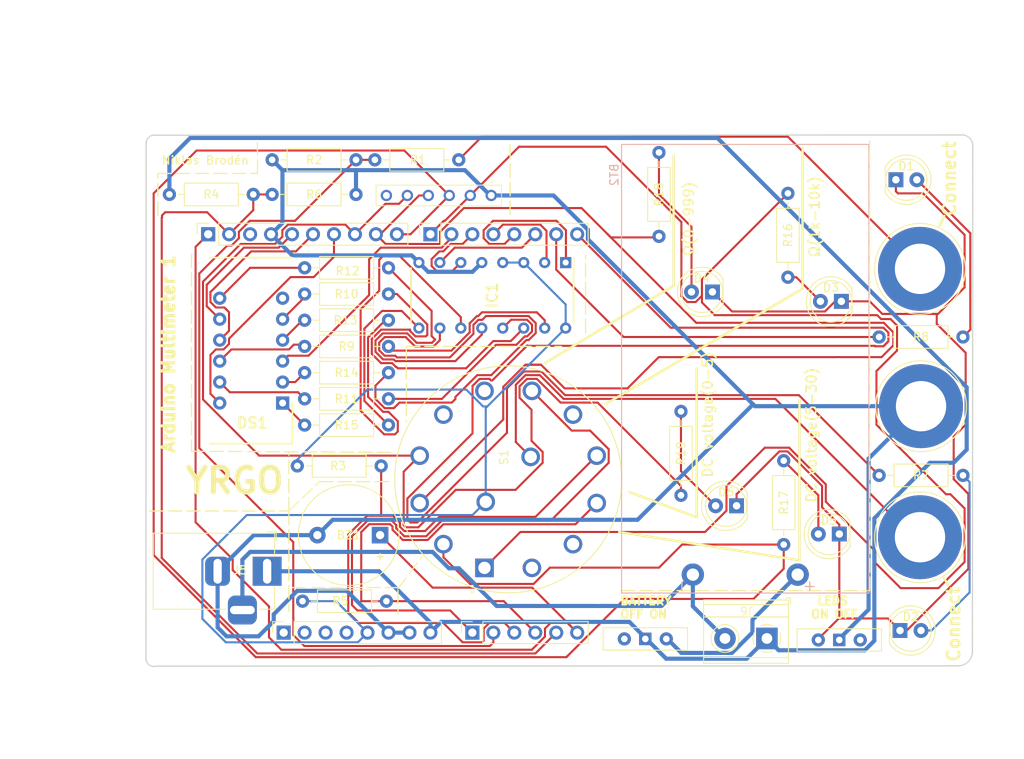
<source format=kicad_pcb>
(kicad_pcb (version 20240108) (generator "pcbnew") (generator_version "8.0")
  (title_block (date "mar. 31 mars 2015"))
  (layers (0 "F.Cu" signal) (31 "B.Cu" signal) (34 "B.Paste" user) (35 "F.Paste" user) (36 "B.SilkS" user "B.Silkscreen") (37 "F.SilkS" user "F.Silkscreen") (38 "B.Mask" user) (39 "F.Mask" user) (44 "Edge.Cuts" user))
  (net 0 "")
  (net 1 "GND")
  (net 3 "+5V")
  (net 4 "/IOREF")
  (net 5 "/A0")
  (net 6 "/A1")
  (net 7 "/A2")
  (net 8 "/A3")
  (net 10 "/seg10")
  (net 11 "/13")
  (net 12 "/12")
  (net 13 "/AREF")
  (net 14 "/8")
  (net 15 "/7")
  (net 16 "/*11")
  (net 17 "/*10")
  (net 18 "/*9")
  (net 19 "/4")
  (net 20 "/2")
  (net 21 "/*6")
  (net 22 "/*5")
  (net 23 "/*3")
  (net 24 "/A4")
  (net 25 "+3V3")
  (net 26 "VCC")
  (net 27 "/~{RESET}")
  (net 28 "/seg7")
  (net 29 "/seg11")
  (net 30 "/seg1")
  (net 31 "/seg2")
  (net 32 "/seg5")
  (net 33 "/seg4")
  (net 34 "Net-(IC1-D)")
  (net 35 "Net-(IC1-E)")
  (net 36 "Net-(IC1-C)")
  (net 37 "Net-(IC1-B)")
  (net 38 "Net-(IC1-F)")
  (net 39 "Net-(IC1-G)")
  (net 40 "Net-(IC1-A)")
  (net 41 "/A5")
  (net 43 "/Banana Low")
  (net 49 "/1")
  (net 50 "/Banana High")
  (net 51 "/0")
  (net 52 "Net-(D2-A)")
  (net 53 "Net-(D1-A)")
  (net 55 "Net-(SW1-B)")
  (net 56 "Net-(J6-Pin_2)")
  (net 57 "/led_switch")
  (net 59 "Net-(D3-A)")
  (net 60 "Net-(D4-A)")
  (net 61 "Net-(D5-A)")
  (net 62 "Net-(D6-A)")
  (footprint "Connector_PinSocket_2.54mm:PinSocket_1x08_P2.54mm_Vertical" (layer "F.Cu") (at 127.94 97.46 90)
    (property "Reference" "J1" (hide yes))
    (property "Value" "Power")
  )
  (footprint "Connector_PinSocket_2.54mm:PinSocket_1x06_P2.54mm_Vertical" (layer "F.Cu") (at 150.8 97.46 90)
    (property "Reference" "J3" (hide yes))
    (property "Value" "Analog")
  )
  (footprint "Connector_PinSocket_2.54mm:PinSocket_1x10_P2.54mm_Vertical" (layer "F.Cu") (at 118.796 49.2 90)
    (property "Reference" "J2" (hide yes))
    (property "Value" "Digital/PWM")
  )
  (footprint "Connector_PinSocket_2.54mm:PinSocket_1x08_P2.54mm_Vertical" (layer "F.Cu") (at 145.72 49.2 90)
    (property "Reference" "J4" (hide yes))
    (property "Value" "Digital/PWM")
  )
  (footprint "Resistor_THT:R_Axial_DIN0207_L6.3mm_D2.5mm_P10.16mm_Horizontal" (layer "F.Cu") (at 149.149 40.183 180)
    (property "Reference" "R1")
    (property "Value" "70k")
  )
  (footprint "Resistor_THT:R_Axial_DIN0207_L6.3mm_D2.5mm_P10.16mm_Horizontal" (layer "F.Cu") (at 140.64 53.264 180)
    (property "Reference" "R12")
    (property "Value" "220")
  )
  (footprint "Connector:Banana_Jack_1Pin" (layer "F.Cu") (at 205.156 70.028)
    (property "Reference" "Banana_GND1" (hide yes))
    (property "Value" "Conn_01x01")
  )
  (footprint "Resistor_THT:R_Axial_DIN0207_L6.3mm_D2.5mm_P10.16mm_Horizontal" (layer "F.Cu") (at 173.406 49.454 90)
    (property "Reference" "R18")
    (property "Value" "220")
  )
  (footprint "Resistor_THT:R_Axial_DIN0207_L6.3mm_D2.5mm_P10.16mm_Horizontal" (layer "F.Cu") (at 140.64 62.789 180)
    (property "Reference" "R9")
    (property "Value" "220")
  )
  (footprint "LED_THT:LED_D5.0mm" (layer "F.Cu") (at 202.611 97.206)
    (property "Reference" "D2")
    (property "Value" "Yellow_Led")
  )
  (footprint "Button_Switch_THT:SW_Slide-03_Wuerth-WS-SLTV_10x2.5x6.4_P2.54mm" (layer "F.Cu") (at 195.25 98.349)
    (property "Reference" "SW2" (hide yes))
    (property "Value" "SW_SPDT")
  )
  (footprint "Resistor_THT:R_Axial_DIN0207_L6.3mm_D2.5mm_P10.16mm_Horizontal" (layer "F.Cu") (at 188.519 86.792 90)
    (property "Reference" "R17")
    (property "Value" "220")
  )
  (footprint "LED_THT:LED_D5.0mm" (layer "F.Cu") (at 182.809 82.093 180)
    (property "Reference" "D6")
    (property "Value" "LED")
  )
  (footprint "Resistor_THT:R_Axial_DIN0207_L6.3mm_D2.5mm_P10.16mm_Horizontal" (layer "F.Cu") (at 189.027 44.247 -90)
    (property "Reference" "R16")
    (property "Value" "220")
  )
  (footprint "Resistor_THT:R_Axial_DIN0207_L6.3mm_D2.5mm_P10.16mm_Horizontal" (layer "F.Cu") (at 140.64 59.614 180)
    (property "Reference" "R13")
    (property "Value" "220")
  )
  (footprint "Arduino_MountingHole:MountingHole_3.2mm" (layer "F.Cu") (at 115.24 49.2)
    (property "Reference" "MH1" (hide yes))
    (property "Value" "MountingHole_3.2mm" (hide yes))
  )
  (footprint "Resistor_THT:R_Axial_DIN0207_L6.3mm_D2.5mm_P10.16mm_Horizontal" (layer "F.Cu") (at 140.64 65.964 180)
    (property "Reference" "R14")
    (property "Value" "220")
  )
  (footprint "4606X:4606X102103LF" (layer "F.Cu") (at 146.731 44.298 180)
    (property "Reference" "RN1" (hide yes))
    (property "Value" "4606X-101-103LF" (hide yes))
  )
  (footprint "Resistor_THT:R_Axial_DIN0207_L6.3mm_D2.5mm_P10.16mm_Horizontal" (layer "F.Cu") (at 140.64 69.139 180)
    (property "Reference" "R11")
    (property "Value" "220")
  )
  (footprint "Resistor_THT:R_Axial_DIN0207_L6.3mm_D2.5mm_P10.16mm_Horizontal" (layer "F.Cu") (at 176.073 80.823 90)
    (property "Reference" "R19")
    (property "Value" "220")
  )
  (footprint "Resistor_THT:R_Axial_DIN0207_L6.3mm_D2.5mm_P10.16mm_Horizontal" (layer "F.Cu") (at 140.64 72.314 180)
    (property "Reference" "R15")
    (property "Value" "220")
  )
  (footprint "Resistor_THT:R_Axial_DIN0207_L6.3mm_D2.5mm_P10.16mm_Horizontal" (layer "F.Cu") (at 136.703 40.183 180)
    (property "Reference" "R2")
    (property "Value" "10k")
  )
  (footprint "LED_THT:LED_D5.0mm" (layer "F.Cu") (at 195.504 57.328 180)
    (property "Reference" "D3")
    (property "Value" "LED")
  )
  (footprint "p2lib:terminal_battery" (layer "F.Cu") (at 184.4545 91.5795 180)
    (property "Reference" "J6")
    (property "Value" "Terminal_01x02")
  )
  (footprint "Resistor_THT:R_Axial_DIN0207_L6.3mm_D2.5mm_P10.16mm_Horizontal" (layer "F.Cu") (at 210.236 61.646 180)
    (property "Reference" "R8")
    (property "Value" "220")
  )
  (footprint "N2804RI:DIPS762W45P254L2253H610Q12N" (layer "F.Cu") (at 127.813 69.647 180)
    (property "Reference" "DS1")
    (property "Value" "LDT-N2804RI" (hide yes))
  )
  (footprint "Buzzer_Beeper:Buzzer_12x9.5RM7.6" (layer "F.Cu") (at 139.624 85.649 180)
    (property "Reference" "BZ1")
    (property "Value" "Buzzer")
  )
  (footprint "Connector:Banana_Jack_1Pin" (layer "F.Cu") (at 205.029 85.903)
    (property "Reference" "Banana_Low1" (hide yes))
    (property "Value" "Conn_01x01")
  )
  (footprint "LED_THT:LED_D5.0mm" (layer "F.Cu") (at 195.255 85.522 180)
    (property "Reference" "D5")
    (property "Value" "LED")
  )
  (footprint "Connector:Banana_Jack_1Pin" (layer "F.Cu") (at 205.029 53.391)
    (property "Reference" "Banana_High1" (hide yes))
    (property "Value" "Conn_01x01")
  )
  (footprint "Resistor_THT:R_Axial_DIN0207_L6.3mm_D2.5mm_P10.16mm_Horizontal" (layer "F.Cu") (at 126.543 44.374)
    (property "Reference" "R6")
    (property "Value" "10k")
  )
  (footprint "Resistor_THT:R_Axial_DIN0207_L6.3mm_D2.5mm_P10.16mm_Horizontal" (layer "F.Cu") (at 114.097 44.374)
    (property "Reference" "R4")
    (property "Value" "6.8k")
  )
  (footprint "Arduino_MountingHole:MountingHole_3.2mm" (layer "F.Cu") (at 113.97 97.46)
    (property "Reference" "MH2" (hide yes))
    (property "Value" "MountingHole_3.2mm" (hide yes))
  )
  (footprint "Connector_BarrelJack:BarrelJack_Horizontal" (layer "F.Cu") (at 125.939 90.0255)
    (property "Reference" "J5")
    (property "Value" "Barrel_Jack_Switch")
  )
  (footprint "Resistor_THT:R_Axial_DIN0207_L6.3mm_D2.5mm_P10.16mm_Horizontal" (layer "F.Cu") (at 210.236 78.41 180)
    (property "Reference" "R7")
    (property "Value" "220")
  )
  (footprint "LED_THT:LED_D5.0mm" (layer "F.Cu") (at 202.108 42.596)
    (property "Reference" "D1")
    (property "Value" "Red_LED")
  )
  (footprint "Arduino_MountingHole:MountingHole_3.2mm" (layer "F.Cu") (at 166.04 64.44)
    (property "Reference" "MH3" (hide yes))
    (property "Value" "MountingHole_3.2mm" (hide yes))
  )
  (footprint "Resistor_THT:R_Axial_DIN0207_L6.3mm_D2.5mm_P10.16mm_Horizontal" (layer "F.Cu") (at 140.64 56.439 180)
    (property "Reference" "R10")
    (property "Value" "220")
  )
  (footprint "CK1050:SW_CK1050" (layer "F.Cu") (at 155.14311 78.89289)
    (property "Reference" "S1")
    (property "Value" "CK1050")
  )
  (footprint "LED_THT:LED_D5.0mm" (layer "F.Cu") (at 179.888 56.185 180)
    (property "Reference" "D4")
    (property "Value" "LED")
  )
  (footprint "Arduino_MountingHole:MountingHole_3.2mm" (layer "F.Cu") (at 166.04 92.38)
    (property "Reference" "MH4" (hide yes))
    (property "Value" "MountingHole_3.2mm" (hide yes))
  )
  (footprint "CD74HCT4511E:DIP794W53P254L1930H508Q16N" (layer "F.Cu") (at 153.213 56.599 -90)
    (property "Reference" "IC1")
    (property "Value" "CD74HCT4511E" (hide yes))
  )
  (footprint "Button_Switch_THT:SW_Slide-03_Wuerth-WS-SLTV_10x2.5x6.4_P2.54mm" (layer "F.Cu") (at 171.755 98.222 180)
    (property "Reference" "SW1" (hide yes))
    (property "Value" "SW_SPDT")
  )
  (footprint "Resistor_THT:R_Axial_DIN0207_L6.3mm_D2.5mm_P10.16mm_Horizontal" (layer "F.Cu") (at 129.591 77.267)
    (property "Reference" "R3")
    (property "Value" "100")
  )
  (footprint "Resistor_THT:R_Axial_DIN0207_L6.3mm_D2.5mm_P10.16mm_Horizontal" (layer "F.Cu") (at 130.226 93.65)
    (property "Reference" "R5")
    (property "Value" "100k")
  )
  (footprint "BH9VPC:BAT_BH9VPC" (layer "B.Cu") (at 183.861 65.492 -90)
    (property "Reference" "BT2")
    (property "Value" "BH9VPC")
  )
  (gr_line (start 190.424 88.697) (end 190.424 69.266) (stroke (width 0.3)) (layer "F.SilkS"))
  (gr_line (start 112.7 46.914) (end 112.7 41.834) (stroke (width 0.15) (type dash)) (layer "F.SilkS"))
  (gr_line (start 164.516 61.138) (end 164.516 51.74) (stroke (width 0.15) (type dash)) (layer "F.SilkS"))
  (gr_line (start 198.933 92.38) (end 198.933 37.897) (stroke (width 0.15) (type dash)) (layer "F.SilkS"))
  (gr_line (start 141.783 92.3165) (end 141.783 95.2375) (stroke (width 0.15) (type dash)) (layer "F.SilkS"))
  (gr_line (start 141.91 91.999) (end 128.575 91.999) (stroke (width 0.15) (type dash)) (layer "F.SilkS"))
  (gr_line (start 190.805 55.804) (end 190.805 38.786) (stroke (width 0.3)) (layer "F.SilkS"))
  (gr_line (start 207.41025 48.184) (end 207.98175 46.9775) (stroke (width 0.3)) (layer "F.SilkS"))
  (gr_line (start 142.799 62.789) (end 161.595 62.789) (stroke (width 0.15) (type dash)) (layer "F.SilkS"))
  (gr_line (start 168.834 92.38) (end 198.933 92.38) (stroke (width 0.15) (type dash)) (layer "F.SilkS"))
  (gr_line (start 155.372 46.787) (end 155.372 38.151) (stroke (width 0.15) (type dash)) (layer "F.SilkS"))
  (gr_line (start 132.258 79.172) (end 140.894 79.172) (stroke (width 0.15) (type dash)) (layer "F.SilkS"))
  (gr_line (start 168.58 85.268) (end 190.424 88.697) (stroke (width 0.3)) (layer "F.SilkS"))
  (gr_line (start 124.765 41.834) (end 124.765 38.024) (stroke (width 0.15) (type dash)) (layer "F.SilkS"))
  (gr_line (start 175.184 55.423) (end 175.184 39.675) (stroke (width 0.3)) (layer "F.SilkS"))
  (gr_line (start 111.684 82.728) (end 128.575 82.728) (stroke (width 0.15) (type dash)) (layer "F.SilkS"))
  (gr_line (start 208.458 91.745) (end 207.95 90.856) (stroke (width 0.3)) (layer "F.SilkS"))
  (gr_line (start 177.978 83.49) (end 177.978 65.456) (stroke (width 0.3)) (layer "F.SilkS"))
  (gr_line (start 169.85 80.442) (end 177.978 83.49) (stroke (width 0.3)) (layer "F.SilkS"))
  (gr_line (start 128.575 82.728) (end 128.575 94.92) (stroke (width 0.15) (type dash)) (layer "F.SilkS"))
  (gr_line (start 166.929 69.774) (end 190.805 55.804) (stroke (width 0.3)) (layer "F.SilkS"))
  (gr_line (start 141.783 92.126) (end 144.704 88.2525) (stroke (width 0.15) (type dash)) (layer "F.SilkS"))
  (gr_line (start 142.799 62.789) (end 142.799 71.933) (stroke (width 0.15) (type dash)) (layer "F.SilkS"))
  (gr_line (start 112.7 41.834) (end 124.765 41.834) (stroke (width 0.15) (type dash)) (layer "F.SilkS"))
  (gr_line (start 159.563 64.821) (end 175.184 55.423) (stroke (width 0.3)) (layer "F.SilkS"))
  (gr_line (start 116.764 75.489) (end 141.021 75.616) (stroke (width 0.15) (type dash)) (layer "F.SilkS"))
  (gr_line (start 128.575 82.728) (end 128.575 75.616) (stroke (width 0.15) (type dash)) (layer "F.SilkS"))
  (gr_line (start 128.575 82.728) (end 132.258 79.172) (stroke (width 0.15) (type dash)) (layer "F.SilkS"))
  (gr_line (start 116.764 51.613) (end 116.764 75.489) (stroke (width 0.15) (type dash)) (layer "F.SilkS"))
  (gr_line (start 111.254234 100.661325) (end 111.278437 38.081017) (stroke (width 0.15)) (layer "Edge.Cuts"))
  (gr_line (start 211.423624 38.560986) (end 211.379 99.619) (stroke (width 0.15)) (layer "Edge.Cuts"))
  (gr_arc (start 210.283256 37.170408) (mid 211.125 37.643) (end 211.423624 38.560986) (stroke (width 0.15)) (layer "Edge.Cuts"))
  (gr_arc (start 211.379035 99.618998) (mid 210.900797 100.940857) (end 209.607521 101.491728) (stroke (width 0.15)) (layer "Edge.Cuts"))
  (gr_line (start 209.607521 101.491729) (end 112.523157 101.519326) (stroke (width 0.15)) (layer "Edge.Cuts"))
  (gr_line (start 112.463832 37.201304) (end 210.283256 37.170408) (stroke (width 0.15)) (layer "Edge.Cuts"))
  (gr_arc (start 112.523157 101.519326) (mid 111.681358 101.396991) (end 111.254234 100.661325) (stroke (width 0.15)) (layer "Edge.Cuts"))
  (gr_arc (start 111.278437 38.081017) (mid 111.684 37.389) (end 112.463832 37.201304) (stroke (width 0.15)) (layer "Edge.Cuts"))
  (gr_text "Ω(1k-10k)" (at 192.964 52.121 90) (layer "F.SilkS") (effects (font (size 1.2 1.2) (thickness 0.2) (bold yes)) (justify left bottom)))
  (gr_text " LEDS\nON OFF" (at 191.694 95.809 0) (layer "F.SilkS") (effects (font (size 1 1) (thickness 0.25) (bold yes)) (justify left bottom)))
  (gr_text "Arduino Multimeter 1" (at 114.859 75.87 90) (layer "F.SilkS") (effects (font (size 1.5 1.5) (thickness 0.375) (bold yes)) (justify left bottom)))
  (gr_text "DC voltage(5-30)" (at 192.583 81.839 90) (layer "F.SilkS") (effects (font (size 1.2 1.2) (thickness 0.2)) (justify left bottom)))
  (gr_text "Connect" (at 209.982 101.143 90) (layer "F.SilkS") (effects (font (size 1.5 1.5) (thickness 0.3) (bold yes)) (justify left bottom)))
  (gr_text "BATTERY\nOFF ON" (at 168.58 95.809 0) (layer "F.SilkS") (effects (font (size 1 1) (thickness 0.25) (bold yes)) (justify left bottom)))
  (gr_text "Ω(0-999)" (at 177.724 51.994 90) (layer "F.SilkS") (effects (font (size 1.2 1.2) (thickness 0.2) (bold yes)) (justify left bottom)))
  (gr_text "YRGO" (at 115.748 80.823 0) (layer "F.SilkS") (effects (font (size 3 3) (thickness 0.6) (bold yes)) (justify left bottom)))
  (gr_text "Connect" (at 209.474 47.168 90) (layer "F.SilkS") (effects (font (size 1.5 1.5) (thickness 0.3) (bold yes)) (justify left bottom)))
  (gr_text "DC voltage(0-5)" (at 180.01 78.791 90) (layer "F.SilkS") (effects (font (size 1.2 1.2) (thickness 0.2) (bold yes)) (justify left bottom)))
  (gr_text "Niklas Brodén" (at 113.081 40.818 0) (layer "F.SilkS") (effects (font (size 1 1)) (justify left bottom)))
  (segment (start 133.88222 83.79078) (end 169.977 83.79078) (width 0.5) (layer "B.Cu") (net 1))
  (segment (start 124.8955 97.9045) (end 126.737 96.063) (width 0.5) (layer "B.Cu") (net 1))
  (segment (start 184.8025 69.8075) (end 185.023 70.028) (width 0.5) (layer "B.Cu") (net 1))
  (segment (start 119.939 96.825) (end 121.0185 97.9045) (width 0.5) (layer "B.Cu") (net 1))
  (segment (start 160.639478 44.501) (end 164.8 48.661522) (width 0.5) (layer "B.Cu") (net 1))
  (segment (start 164.8 48.661522) (end 164.8 49.805) (width 0.5) (layer "B.Cu") (net 1))
  (segment (start 127.793 43.104) (end 127.793 41.433) (width 0.5) (layer "B.Cu") (net 1))
  (segment (start 185.023 70.028) (end 185.471 70.028) (width 0.5) (layer "B.Cu") (net 1))
  (segment (start 144.323 52.629) (end 145.448 53.754) (width 0.5) (layer "B.Cu") (net 1))
  (segment (start 198.799 76.385) (end 205.156 70.028) (width 0.5) (layer "B.Cu") (net 1))
  (segment (start 121.0185 97.9045) (end 124.8955 97.9045) (width 0.5) (layer "B.Cu") (net 1))
  (segment (start 136.703 41.433) (end 127.793 41.433) (width 0.5) (layer "B.Cu") (net 1))
  (segment (start 127.793 43.104) (end 127.793 47.823) (width 0.5) (layer "B.Cu") (net 1))
  (segment (start 153.086 44.501) (end 152.959 44.501) (width 0.5) (layer "B.Cu") (net 1))
  (segment (start 144.323 52.629) (end 143.454 51.76) (width 0.5) (layer "B.Cu") (net 1))
  (segment (start 145.448 53.754) (end 150.818 53.754) (width 0.5) (layer "B.Cu") (net 1))
  (segment (start 119.939 90.0255) (end 119.939 96.825) (width 0.5) (layer "B.Cu") (net 1))
  (segment (start 150.818 53.754) (end 151.943 52.629) (width 0.5) (layer "B.Cu") (net 1))
  (segment (start 153.086 44.501) (end 160.639478 44.501) (width 0.5) (layer "B.Cu") (net 1))
  (segment (start 132.024 85.649) (end 133.88222 83.79078) (width 0.5) (layer "B.Cu") (net 1))
  (segment (start 170.81922 83.79078) (end 169.977 83.79078) (width 0.5) (layer "B.Cu") (net 1))
  (segment (start 127.793 41.433) (end 126.543 40.183) (width 0.5) (layer "B.Cu") (net 1))
  (segment (start 184.8025 69.8075) (end 170.81922 83.79078) (width 0.5) (layer "B.Cu") (net 1))
  (segment (start 149.891 41.433) (end 136.703 41.433) (width 0.5) (layer "B.Cu") (net 1))
  (segment (start 143.18 97.46) (end 140.64 97.46) (width 0.5) (layer "B.Cu") (net 1))
  (segment (start 195.25 98.222) (end 198.799 94.673) (width 0.5) (layer "B.Cu") (net 1))
  (segment (start 136.703 44.374) (end 136.703 41.433) (width 0.5) (layer "B.Cu") (net 1))
  (segment (start 128.976 51.76) (end 126.416 49.2) (width 0.5) (layer "B.Cu") (net 1))
  (segment (start 135.58 92.4) (end 140.64 97.46) (width 0.5) (layer "B.Cu") (net 1))
  (segment (start 126.737 96.063) (end 126.737 95.244233) (width 0.5) (layer "B.Cu") (net 1))
  (segment (start 164.8 49.805) (end 184.8025 69.8075) (width 0.5) (layer "B.Cu") (net 1))
  (segment (start 129.581233 92.4) (end 135.58 92.4) (width 0.5) (layer "B.Cu") (net 1))
  (segment (start 198.799 94.673) (end 198.799 76.385) (width 0.5) (layer "B.Cu") (net 1))
  (segment (start 143.454 51.76) (end 128.976 51.76) (width 0.5) (layer "B.Cu") (net 1))
  (segment (start 127.793 47.823) (end 126.416 49.2) (width 0.5) (layer "B.Cu") (net 1))
  (segment (start 185.471 70.028) (end 205.156 70.028) (width 0.5) (layer "B.Cu") (net 1))
  (segment (start 152.959 44.501) (end 149.891 41.433) (width 0.5) (layer "B.Cu") (net 1))
  (segment (start 119.939 90.0255) (end 124.3155 85.649) (width 0.5) (layer "B.Cu") (net 1))
  (segment (start 124.3155 85.649) (end 132.024 85.649) (width 0.5) (layer "B.Cu") (net 1))
  (segment (start 126.737 95.244233) (end 129.581233 92.4) (width 0.5) (layer "B.Cu") (net 1))
  (segment (start 152.42075 81.61525) (end 152.42075 70.25125) (width 0.25) (layer "B.Cu") (net 3))
  (segment (start 120.935828 98.635) (end 136.925 98.635) (width 0.25) (layer "B.Cu") (net 3))
  (segment (start 152.42075 81.61525) (end 150.82022 83.21578) (width 0.25) (layer "B.Cu") (net 3))
  (segment (start 150.82022 83.21578) (end 123.478438 83.21578) (width 0.25) (layer "B.Cu") (net 3))
  (segment (start 154.483 52.629) (end 157.023 52.629) (width 0.25) (layer "B.Cu") (net 3))
  (segment (start 134.29 93.65) (end 130.099 93.65) (width 0.25) (layer "B.Cu") (net 3))
  (segment (start 162.103 57.709) (end 157.023 52.629) (width 0.25) (layer "B.Cu") (net 3))
  (segment (start 152.103 70.061) (end 150.056 68.014) (width 0.25) (layer "B.Cu") (net 3))
  (segment (start 118.094 88.600218) (end 118.094 95.793172) (width 0.25) (layer "B.Cu") (net 3))
  (segment (start 152.42075 70.25125) (end 152.611 70.061) (width 0.25) (layer "B.Cu") (net 3))
  (segment (start 138.1 97.46) (end 134.29 93.65) (width 0.25) (layer "B.Cu") (net 3))
  (segment (start 152.611 70.061) (end 152.103 70.061) (width 0.25) (layer "B.Cu") (net 3))
  (segment (start 129.591 76.505) (end 129.591 77.775) (width 0.25) (layer "B.Cu") (net 3))
  (segment (start 136.925 98.635) (end 138.1 97.46) (width 0.25) (layer "B.Cu") (net 3))
  (segment (start 138.082 68.014) (end 129.591 76.505) (width 0.25) (layer "B.Cu") (net 3))
  (segment (start 118.094 95.793172) (end 120.935828 98.635) (width 0.25) (layer "B.Cu") (net 3))
  (segment (start 152.611 70.061) (end 162.103 60.569) (width 0.25) (layer "B.Cu") (net 3))
  (segment (start 162.103 60.569) (end 162.103 57.709) (width 0.25) (layer "B.Cu") (net 3))
  (segment (start 123.478438 83.21578) (end 118.094 88.600218) (width 0.25) (layer "B.Cu") (net 3))
  (segment (start 150.056 68.014) (end 138.082 68.014) (width 0.25) (layer "B.Cu") (net 3))
  (segment (start 136.872009 94.775) (end 136.213 94.115991) (width 0.25) (layer "F.Cu") (net 5))
  (segment (start 138.112604 83.874) (end 141.019812 83.874) (width 0.25) (layer "F.Cu") (net 5))
  (segment (start 136.213 94.115991) (end 136.213 85.773604) (width 0.25) (layer "F.Cu") (net 5))
  (segment (start 150.8 97.46) (end 148.115 94.775) (width 0.25) (layer "F.Cu") (net 5))
  (segment (start 141.576 84.811188) (end 142.551812 85.787) (width 0.25) (layer "F.Cu") (net 5))
  (segment (start 147.108792 83.882) (end 160.314 83.882) (width 0.25) (layer "F.Cu") (net 5))
  (segment (start 145.203792 85.787) (end 147.108792 83.882) (width 0.25) (layer "F.Cu") (net 5))
  (segment (start 148.115 94.775) (end 136.872009 94.775) (width 0.25) (layer "F.Cu") (net 5))
  (segment (start 141.576 84.430188) (end 141.576 84.811188) (width 0.25) (layer "F.Cu") (net 5))
  (segment (start 167.31491 75.23991) (end 165.059545 72.984545) (width 0.25) (layer "F.Cu") (net 5))
  (segment (start 167.31491 76.88109) (end 167.31491 75.23991) (width 0.25) (layer "F.Cu") (net 5))
  (segment (start 162.829455 72.984545) (end 158.016 68.17109) (width 0.25) (layer "F.Cu") (net 5))
  (segment (start 160.314 83.882) (end 167.31491 76.88109) (width 0.25) (layer "F.Cu") (net 5))
  (segment (start 141.019812 83.874) (end 141.576 84.430188) (width 0.25) (layer "F.Cu") (net 5))
  (segment (start 136.213 85.773604) (end 138.112604 83.874) (width 0.25) (layer "F.Cu") (net 5))
  (segment (start 142.551812 85.787) (end 145.203792 85.787) (width 0.25) (layer "F.Cu") (net 5))
  (segment (start 165.059545 72.984545) (end 162.829455 72.984545) (width 0.25) (layer "F.Cu") (net 5))
  (segment (start 153.34 97.46) (end 153.34 98.662081) (width 0.25) (layer "F.Cu") (net 6))
  (segment (start 123.839299 47.575) (end 122.511 48.903299) (width 0.25) (layer "F.Cu") (net 6))
  (segment (start 129.101 95.7) (end 129.101 86.491) (width 0.25) (layer "F.Cu") (net 6))
  (segment (start 129.115 97.756701) (end 129.115 95.714) (width 0.25) (layer "F.Cu") (net 6))
  (segment (start 153.34 98.662081) (end 152.917081 99.085) (width 0.25) (layer "F.Cu") (net 6))
  (segment (start 117.718 53.959604) (end 117.718 75.108) (width 0.25) (layer "F.Cu") (net 6))
  (segment (start 122.511 48.903299) (end 122.511 49.686701) (width 0.25) (layer "F.Cu") (net 6))
  (segment (start 129.101 86.491) (end 117.718 75.108) (width 0.25) (layer "F.Cu") (net 6))
  (segment (start 152.917081 99.085) (end 130.443299 99.085) (width 0.25) (layer "F.Cu") (net 6))
  (segment (start 138.989 40.183) (end 136.703 40.183) (width 0.25) (layer "F.Cu") (net 6))
  (segment (start 130.443299 99.085) (end 129.115 97.756701) (width 0.25) (layer "F.Cu") (net 6))
  (segment (start 129.115 95.714) (end 129.101 95.7) (width 0.25) (layer "F.Cu") (net 6))
  (segment (start 122.511 49.686701) (end 121.632701 50.565) (width 0.25) (layer "F.Cu") (net 6))
  (segment (start 121.112604 50.565) (end 117.718 53.959604) (width 0.25) (layer "F.Cu") (net 6))
  (segment (start 121.632701 50.565) (end 121.112604 50.565) (width 0.25) (layer "F.Cu") (net 6))
  (segment (start 136.703 40.183) (end 129.311 47.575) (width 0.25) (layer "F.Cu") (net 6))
  (segment (start 129.311 47.575) (end 123.839299 47.575) (width 0.25) (layer "F.Cu") (net 6))
  (segment (start 141.197302 83.307302) (end 139.751 83.307302) (width 0.25) (layer "F.Cu") (net 7))
  (segment (start 139.751 83.307302) (end 138.679302 83.307302) (width 0.25) (layer "F.Cu") (net 7))
  (segment (start 142.026 84.136) (end 141.197302 83.307302) (width 0.25) (layer "F.Cu") (net 7))
  (segment (start 146.795396 83.432) (end 145.075396 85.152) (width 0.25) (layer "F.Cu") (net 7))
  (segment (start 138.042906 83.307302) (end 135.763 85.587208) (width 0.25) (layer "F.Cu") (net 7))
  (segment (start 142.553208 85.152) (end 142.026 84.624792) (width 0.25) (layer "F.Cu") (net 7))
  (segment (start 142.026 84.624792) (end 142.026 84.136) (width 0.25) (layer "F.Cu") (net 7))
  (segment (start 151.975 98.635) (end 152.165 98.445) (width 0.25) (layer "F.Cu") (net 7))
  (segment (start 152.853299 96.285) (end 154.705 96.285) (width 0.25) (layer "F.Cu") (net 7))
  (segment (start 147.275 96.285) (end 149.625 98.635) (width 0.25) (layer "F.Cu") (net 7))
  (segment (start 149.625 98.635) (end 151.975 98.635) (width 0.25) (layer "F.Cu") (net 7))
  (segment (start 152.165 98.445) (end 152.165 96.973299) (width 0.25) (layer "F.Cu") (net 7))
  (segment (start 154.705 96.285) (end 155.88 97.46) (width 0.25) (layer "F.Cu") (net 7))
  (segment (start 139.751 77.775) (end 139.751 83.307302) (width 0.25) (layer "F.Cu") (net 7))
  (segment (start 158.45291 83.432) (end 146.795396 83.432) (width 0.25) (layer "F.Cu") (net 7))
  (segment (start 137.052001 96.285) (end 147.275 96.285) (width 0.25) (layer "F.Cu") (net 7))
  (segment (start 145.075396 85.152) (end 142.553208 85.152) (width 0.25) (layer "F.Cu") (net 7))
  (segment (start 135.763 85.587208) (end 135.763 94.995999) (width 0.25) (layer "F.Cu") (net 7))
  (segment (start 152.165 96.973299) (end 152.853299 96.285) (width 0.25) (layer "F.Cu") (net 7))
  (segment (start 165.86491 76.02) (end 158.45291 83.432) (width 0.25) (layer "F.Cu") (net 7))
  (segment (start 135.763 94.995999) (end 137.052001 96.285) (width 0.25) (layer "F.Cu") (net 7))
  (segment (start 138.679302 83.307302) (end 138.042906 83.307302) (width 0.25) (layer "F.Cu") (net 7))
  (segment (start 138.299 84.324) (end 140.833416 84.324) (width 0.25) (layer "F.Cu") (net 8))
  (segment (start 142.365416 86.237) (end 145.390188 86.237) (width 0.25) (layer "F.Cu") (net 8))
  (segment (start 141.126 84.616584) (end 141.126 84.997584) (width 0.25) (layer "F.Cu") (net 8))
  (segment (start 147.295188 84.332) (end 163.29869 84.332) (width 0.25) (layer "F.Cu") (net 8))
  (segment (start 137.338 85.285) (end 138.299 84.324) (width 0.25) (layer "F.Cu") (net 8))
  (segment (start 145.390188 86.237) (end 147.295188 84.332) (width 0.25) (layer "F.Cu") (net 8))
  (segment (start 137.338 93.65) (end 137.338 85.285) (width 0.25) (layer "F.Cu") (net 8))
  (segment (start 163.29869 84.332) (end 165.86491 81.76578) (width 0.25) (layer "F.Cu") (net 8))
  (segment (start 141.126 84.997584) (end 142.365416 86.237) (width 0.25) (layer "F.Cu") (net 8))
  (segment (start 140.833416 84.324) (end 141.126 84.616584) (width 0.25) (layer "F.Cu") (net 8))
  (segment (start 158.42 97.46) (end 154.61 93.65) (width 0.25) (layer "F.Cu") (net 8))
  (segment (start 154.61 93.65) (end 137.338 93.65) (width 0.25) (layer "F.Cu") (net 8))
  (segment (start 121.608 63.152) (end 120.193 64.567) (width 0.25) (layer "F.Cu") (net 10))
  (segment (start 129.168604 62.575) (end 128.591604 63.152) (width 0.25) (layer "F.Cu") (net 10))
  (segment (start 130.48 62.789) (end 130.266 62.575) (width 0.25) (layer "F.Cu") (net 10))
  (segment (start 128.591604 63.152) (end 121.608 63.152) (width 0.25) (layer "F.Cu") (net 10))
  (segment (start 130.266 62.575) (end 129.168604 62.575) (width 0.25) (layer "F.Cu") (net 10))
  (segment (start 123.118604 50.825) (end 127.331 50.825) (width 0.25) (layer "F.Cu") (net 11))
  (segment (start 120.193 59.487) (end 118.618 57.912) (width 0.25) (layer "F.Cu") (net 11))
  (segment (start 118.618 57.912) (end 118.618 55.325604) (width 0.25) (layer "F.Cu") (net 11))
  (segment (start 118.618 55.325604) (end 123.118604 50.825) (width 0.25) (layer "F.Cu") (net 11))
  (segment (start 127.331 50.825) (end 128.956 49.2) (width 0.25) (layer "F.Cu") (net 11))
  (segment (start 124.003 51.275) (end 129.421 51.275) (width 0.25) (layer "F.Cu") (net 12))
  (segment (start 121.1555 58.473319) (end 120.92709 58.24491) (width 0.25) (layer "F.Cu") (net 12))
  (segment (start 119.727009 58.072) (end 119.068 57.412991) (width 0.25) (layer "F.Cu") (net 12))
  (segment (start 120.92709 58.24491) (end 120.754181 58.072) (width 0.25) (layer "F.Cu") (net 12))
  (segment (start 121.318 58.63582) (end 120.92709 58.24491) (width 0.25) (layer "F.Cu") (net 12))
  (segment (start 129.421 51.275) (end 131.496 49.2) (width 0.25) (layer "F.Cu") (net 12))
  (segment (start 119.068 56.21) (end 124.003 51.275) (width 0.25) (layer "F.Cu") (net 12))
  (segment (start 120.193 62.027) (end 121.318 60.902) (width 0.25) (layer "F.Cu") (net 12))
  (segment (start 119.068 57.412991) (end 119.068 56.21) (width 0.25) (layer "F.Cu") (net 12))
  (segment (start 120.754181 58.072) (end 119.727009 58.072) (width 0.25) (layer "F.Cu") (net 12))
  (segment (start 121.318 60.902) (end 121.318 58.63582) (width 0.25) (layer "F.Cu") (net 12))
  (segment (start 117.381 39.058) (end 142.563 39.058) (width 0.25) (layer "F.Cu") (net 14))
  (segment (start 176.206396 86.792) (end 173.412396 89.586) (width 0.25) (layer "F.Cu") (net 14))
  (segment (start 143.307 49.2) (end 148.006 44.501) (width 0.25) (layer "F.Cu") (net 14))
  (segment (start 184.8595 93.3775) (end 169.244201 93.3775) (width 0.25) (layer "F.Cu") (net 14))
  (segment (start 112.192 44.247) (end 117.381 39.058) (width 0.25) (layer "F.Cu") (net 14))
  (segment (start 173.412396 89.586) (end 160.198 89.586) (width 0.25) (layer "F.Cu") (net 14))
  (segment (start 188.519 86.792) (end 176.206396 86.792) (width 0.25) (layer "F.Cu") (net 14))
  (segment (start 124.55775 100.435) (end 112.192 88.06925) (width 0.25) (layer "F.Cu") (net 14))
  (segment (start 160.198 89.586) (end 158.224 91.56) (width 0.25) (layer "F.Cu") (net 14))
  (segment (start 142.563 39.058) (end 148.006 44.501) (width 0.25) (layer "F.Cu") (net 14))
  (segment (start 188.519 89.718) (end 188.519 86.792) (width 0.25) (layer "F.Cu") (net 14))
  (segment (start 169.244201 93.3775) (end 162.362351 100.259351) (width 0.25) (layer "F.Cu") (net 14))
  (segment (start 162.362351 100.259351) (end 162.186701 100.435) (width 0.25) (layer "F.Cu") (net 14))
  (segment (start 162.186702 100.435) (end 124.55775 100.435) (width 0.25) (layer "F.Cu") (net 14))
  (segment (start 141.656 49.2) (end 143.307 49.2) (width 0.25) (layer "F.Cu") (net 14))
  (segment (start 158.224 91.56) (end 150.52145 91.56) (width 0.25) (layer "F.Cu") (net 14))
  (segment (start 184.8595 93.3775) (end 188.519 89.718) (width 0.25) (layer "F.Cu") (net 14))
  (segment (start 147.29422 88.33277) (end 147.29422 86.74178) (width 0.25) (layer "F.Cu") (net 14))
  (segment (start 112.192 88.06925) (end 112.192 44.247) (width 0.25) (layer "F.Cu") (net 14))
  (segment (start 150.52145 91.56) (end 147.29422 88.33277) (width 0.25) (layer "F.Cu") (net 14))
  (segment (start 162.362351 100.259351) (end 162.186702 100.435) (width 0.25) (layer "F.Cu") (net 14))
  (segment (start 199.751 72.266825) (end 199.751 65.783792) (width 0.25) (layer "F.Cu") (net 15))
  (segment (start 208.180175 80.696) (end 199.751 72.266825) (width 0.25) (layer "F.Cu") (net 15))
  (segment (start 189.027 44.247) (end 178.613 54.661) (width 0.25) (layer "F.Cu") (net 15))
  (segment (start 147.472 47.575) (end 150.546 44.501) (width 0.25) (layer "F.Cu") (net 15))
  (segment (start 210.434 82.418) (end 208.712 80.696) (width 0.25) (layer "F.Cu") (net 15))
  (segment (start 166.996104 38.5955) (end 156.4515 38.5955) (width 0.25) (layer "F.Cu") (net 15))
  (segment (start 199.848792 59.003) (end 180.161 59.003) (width 0.25) (layer "F.Cu") (net 15))
  (segment (start 200.321792 59.476) (end 199.848792 59.003) (width 0.25) (layer "F.Cu") (net 15))
  (segment (start 193.615 81.601) (end 199.624 87.61) (width 0.25) (layer "F.Cu") (net 15))
  (segment (start 207.267825 92.07) (end 210.434 88.903825) (width 0.25) (layer "F.Cu") (net 15))
  (segment (start 152.27022 89.61469) (end 156.61691 85.268) (width 0.25) (layer "F.Cu") (net 15))
  (segment (start 208.712 80.696) (end 208.180175 80.696) (width 0.25) (layer "F.Cu") (net 15))
  (segment (start 202.246 63.288792) (end 202.246 60.257208) (width 0.25) (layer "F.Cu") (net 15))
  (segment (start 156.61691 85.268) (end 178.994 85.268) (width 0.25) (layer "F.Cu") (net 15))
  (segment (start 199.624 87.61) (end 199.624 89.007) (width 0.25) (layer "F.Cu") (net 15))
  (segment (start 176.840588 57.41) (end 176.123 56.692412) (width 0.25) (layer "F.Cu") (net 15))
  (segment (start 202.687 92.07) (end 207.267825 92.07) (width 0.25) (layer "F.Cu") (net 15))
  (segment (start 180.161 59.003) (end 178.613 57.455) (width 0.25) (layer "F.Cu") (net 15))
  (segment (start 178.613 54.661) (end 178.613 55.042) (width 0.25) (layer "F.Cu") (net 15))
  (segment (start 145.72 49.2) (end 147.345 47.575) (width 0.25) (layer "F.Cu") (net 15))
  (segment (start 189.171387 75.057) (end 193.615 79.500613) (width 0.25) (layer "F.Cu") (net 15))
  (segment (start 202.246 60.257208) (end 201.464792 59.476) (width 0.25) (layer "F.Cu") (net 15))
  (segment (start 201.464792 59.476) (end 200.321792 59.476) (width 0.25) (layer "F.Cu") (net 15))
  (segment (start 181.584 82.678) (end 181.584 79.706) (width 0.25) (layer "F.Cu") (net 15))
  (segment (start 177.855412 57.41) (end 176.840588 57.41) (width 0.25) (layer "F.Cu") (net 15))
  (segment (start 156.4515 38.5955) (end 150.546 44.501) (width 0.25) (layer "F.Cu") (net 15))
  (segment (start 210.434 88.903825) (end 210.434 82.418) (width 0.25) (layer "F.Cu") (net 15))
  (segment (start 176.123 47.722396) (end 166.996104 38.5955) (width 0.25) (layer "F.Cu") (net 15))
  (segment (start 147.345 47.575) (end 147.472 47.575) (width 0.25) (layer "F.Cu") (net 15))
  (segment (start 193.615 79.500613) (end 193.615 81.601) (width 0.25) (layer "F.Cu") (net 15))
  (segment (start 181.584 79.706) (end 186.233 75.057) (width 0.25) (layer "F.Cu") (net 15))
  (segment (start 178.573 56.692412) (end 177.855412 57.41) (width 0.25) (layer "F.Cu") (net 15))
  (segment (start 178.613 57.455) (end 178.613 55.042) (width 0.25) (layer "F.Cu") (net 15))
  (segment (start 199.624 89.007) (end 202.687 92.07) (width 0.25) (layer "F.Cu") (net 15))
  (segment (start 176.123 56.692412) (end 176.123 47.722396) (width 0.25) (layer "F.Cu") (net 15))
  (segment (start 186.233 75.057) (end 189.171387 75.057) (width 0.25) (layer "F.Cu") (net 15))
  (segment (start 178.994 85.268) (end 181.584 82.678) (width 0.25) (layer "F.Cu") (net 15))
  (segment (start 199.751 65.783792) (end 202.246 63.288792) (width 0.25) (layer "F.Cu") (net 15))
  (segment (start 152.67553 90.44553) (end 152.324 90.094) (width 0.5) (layer "B.Cu") (net 15))
  (segment (start 120.193 69.647) (end 119.068 68.522) (width 0.25) (layer "F.Cu") (net 16))
  (segment (start 133.878995 52.090995) (end 134.036 51.933991) (width 0.25) (layer "F.Cu") (net 16))
  (segment (start 128.780009 54.389) (end 131.58099 54.389) (width 0.25) (layer "F.Cu") (net 16))
  (segment (start 121.318 61.851009) (end 128.780009 54.389) (width 0.25) (layer "F.Cu") (net 16))
  (segment (start 131.58099 54.389) (end 133.878995 52.090995) (width 0.25) (layer "F.Cu") (net 16))
  (segment (start 119.727009 63.152) (end 120.658991 63.152) (width 0.25) (layer "F.Cu") (net 16))
  (segment (start 121.318 62.492991) (end 121.318 61.851009) (width 0.25) (layer "F.Cu") (net 16))
  (segment (start 134.036 51.933991) (end 134.036 49.2) (width 0.25) (layer "F.Cu") (net 16))
  (segment (start 119.068 68.522) (end 119.068 63.811009) (width 0.25) (layer "F.Cu") (net 16))
  (segment (start 120.658991 63.152) (end 121.318 62.492991) (width 0.25) (layer "F.Cu") (net 16))
  (segment (start 119.068 63.811009) (end 119.727009 63.152) (width 0.25) (layer "F.Cu") (net 16))
  (segment (start 159.31547 76.87953) (end 156.02975 80.16525) (width 0.25) (layer "F.Cu") (net 17))
  (segment (start 176.073 79.69163) (end 165.97537 69.594) (width 0.25) (layer "F.Cu") (net 17))
  (segment (start 142.476 77.96531) (end 144.42131 76.02) (width 0.25) (layer "F.Cu") (net 17))
  (segment (start 127.781 49.496701) (end 127.781 48.713299) (width 0.25) (layer "F.Cu") (net 17))
  (segment (start 157.96455 70.458758) (end 157.96455 74.219) (width 0.25) (layer "F.Cu") (net 17))
  (segment (start 165.97537 69.594) (end 164.262 69.594) (width 0.25) (layer "F.Cu") (net 17))
  (segment (start 157.41539 66.72109) (end 156.515 67.62148) (width 0.25) (layer "F.Cu") (net 17))
  (segment (start 127.781 48.713299) (end 128.469299 48.025) (width 0.25) (layer "F.Cu") (net 17))
  (segment (start 126.902701 50.375) (end 127.781 49.496701) (width 0.25) (layer "F.Cu") (net 17))
  (segment (start 157.96455 74.219) (end 159.31547 75.56992) (width 0.25) (layer "F.Cu") (net 17))
  (segment (start 156.02975 80.16525) (end 148.79075 80.16525) (width 0.25) (layer "F.Cu") (net 17))
  (segment (start 144.42131 76.02) (end 124.975009 76.02) (width 0.25) (layer "F.Cu") (net 17))
  (segment (start 140.2675 45.5085) (end 141.9185 45.5085) (width 0.25) (layer "F.Cu") (net 17))
  (segment (start 156.515 69.009208) (end 157.96455 70.458758) (width 0.25) (layer "F.Cu") (net 17))
  (segment (start 136.576 49.2) (end 140.2675 45.5085) (width 0.25) (layer "F.Cu") (net 17))
  (segment (start 118.168 54.94) (end 122.733 50.375) (width 0.25) (layer "F.Cu") (net 17))
  (segment (start 148.79075 80.16525) (end 144.254 84.702) (width 0.25) (layer "F.Cu") (net 17))
  (segment (start 161.48952 69.594) (end 158.61661 66.72109) (width 0.25) (layer "F.Cu") (net 17))
  (segment (start 128.469299 48.025) (end 135.401 48.025) (width 0.25) (layer "F.Cu") (net 17))
  (segment (start 159.31547 75.56992) (end 159.31547 76.87953) (width 0.25) (layer "F.Cu") (net 17))
  (segment (start 122.733 50.375) (end 126.902701 50.375) (width 0.25) (layer "F.Cu") (net 17))
  (segment (start 142.739604 84.702) (end 142.476 84.438396) (width 0.25) (layer "F.Cu") (net 17))
  (segment (start 158.61661 66.72109) (end 157.41539 66.72109) (width 0.25) (layer "F.Cu") (net 17))
  (segment (start 141.9185 45.5085) (end 142.926 44.501) (width 0.25) (layer "F.Cu") (net 17))
  (segment (start 118.168 69.212991) (end 118.168 54.94) (width 0.25) (layer "F.Cu") (net 17))
  (segment (start 142.476 84.438396) (end 142.476 77.96531) (width 0.25) (layer "F.Cu") (net 17))
  (segment (start 156.515 67.62148) (end 156.515 69.009208) (width 0.25) (layer "F.Cu") (net 17))
  (segment (start 135.401 48.025) (end 136.576 49.2) (width 0.25) (layer "F.Cu") (net 17))
  (segment (start 124.975009 76.02) (end 118.168 69.212991) (width 0.25) (layer "F.Cu") (net 17))
  (segment (start 176.073 80.823) (end 176.073 79.69163) (width 0.25) (layer "F.Cu") (net 17))
  (segment (start 144.254 84.702) (end 142.739604 84.702) (width 0.25) (layer "F.Cu") (net 17))
  (segment (start 164.262 69.594) (end 161.48952 69.594) (width 0.25) (layer "F.Cu") (net 17))
  (segment (start 164.01963 46.025) (end 149.773299 46.025) (width 0.25) (layer "F.Cu") (net 18))
  (segment (start 200.643396 59.926) (end 177.92063 59.926) (width 0.25) (layer "F.Cu") (net 18))
  (segment (start 169.596 67.869) (end 173.378 64.087) (width 0.25) (layer "F.Cu") (net 18))
  (segment (start 200.371 64.087) (end 201.796 62.662) (width 0.25) (layer "F.Cu") (net 18))
  (segment (start 157.404 65.006) (end 159.114396 65.006) (width 0.25) (layer "F.Cu") (net 18))
  (segment (start 144.350821 44.501) (end 145.466 44.501) (width 0.25) (layer "F.Cu") (net 18))
  (segment (start 149.773299 46.025) (end 146.895 48.903299) (width 0.25) (layer "F.Cu") (net 18))
  (segment (start 154.541 67.686292) (end 157.221292 65.006) (width 0.25) (layer "F.Cu") (net 18))
  (segment (start 139.651821 49.2) (end 144.350821 44.501) (width 0.25) (layer "F.Cu") (net 18))
  (segment (start 140.291 50.375) (end 139.116 49.2) (width 0.25) (layer "F.Cu") (net 18))
  (segment (start 160.273396 66.166396) (end 161.976 67.869) (width 0.25) (layer "F.Cu") (net 18))
  (segment (start 144.42131 81.76578) (end 154.541 71.64609) (width 0.25) (layer "F.Cu") (net 18))
  (segment (start 173.378 64.087) (end 200.371 64.087) (width 0.25) (layer "F.Cu") (net 18))
  (segment (start 146.895 50.375) (end 140.291 50.375) (width 0.25) (layer "F.Cu") (net 18))
  (segment (start 201.796 62.662) (end 201.796 61.078604) (width 0.25) (layer "F.Cu") (net 18))
  (segment (start 146.895 48.903299) (end 146.895 50.375) (width 0.25) (layer "F.Cu") (net 18))
  (segment (start 177.92063 59.926) (end 167.188815 49.194185) (width 0.25) (layer "F.Cu") (net 18))
  (segment (start 167.57563 49.581) (end 167.188815 49.194185) (width 0.25) (layer "F.Cu") (net 18))
  (segment (start 201.796 61.078604) (end 200.643396 59.926) (width 0.25) (layer "F.Cu") (net 18))
  (segment (start 161.976 67.869) (end 169.596 67.869) (width 0.25) (layer "F.Cu") (net 18))
  (segment (start 173.406 49.581) (end 167.57563 49.581) (width 0.25) (layer "F.Cu") (net 18))
  (segment (start 160.273396 66.165) (end 160.273396 66.166396) (width 0.25) (layer "F.Cu") (net 18))
  (segment (start 167.188815 49.194185) (end 164.01963 46.025) (width 0.25) (layer "F.Cu") (net 18))
  (segment (start 154.541 71.64609) (end 154.541 67.686292) (width 0.25) (layer "F.Cu") (net 18))
  (segment (start 157.221292 65.006) (end 157.404 65.006) (width 0.25) (layer "F.Cu") (net 18))
  (segment (start 158.986 65.006) (end 157.404 65.006) (width 0.25) (layer "F.Cu") (net 18))
  (segment (start 139.116 49.2) (end 139.651821 49.2) (width 0.25) (layer "F.Cu") (net 18))
  (segment (start 159.114396 65.006) (end 160.273396 66.165) (width 0.25) (layer "F.Cu") (net 18))
  (segment (start 153.34 49.2) (end 154.515 48.025) (width 0.25) (layer "F.Cu") (net 19))
  (segment (start 159.785 52.407) (end 159.563 52.629) (width 0.25) (layer "F.Cu") (net 19))
  (segment (start 159.023 48.025) (end 159.785 48.787) (width 0.25) (layer "F.Cu") (net 19))
  (segment (start 159.785 48.787) (end 159.785 52.407) (width 0.25) (layer "F.Cu") (net 19))
  (segment (start 154.515 48.025) (end 159.023 48.025) (width 0.25) (layer "F.Cu") (net 19))
  (segment (start 148.667 50.825) (end 146.863 52.629) (width 0.25) (layer "F.Cu") (net 20))
  (segment (start 158.42 49.2) (end 156.795 50.825) (width 0.25) (layer "F.Cu") (net 20))
  (segment (start 156.795 50.825) (end 148.667 50.825) (width 0.25) (layer "F.Cu") (net 20))
  (segment (start 147.081396 50.825) (end 139.705821 50.825) (width 0.25) (layer "F.Cu") (net 21))
  (segment (start 138.292 52.238821) (end 138.292 56.567991) (width 0.25) (layer "F.Cu") (net 21))
  (segment (start 138.292 56.567991) (end 130.945991 63.914) (width 0.25) (layer "F.Cu") (net 21))
  (segment (start 148.26 49.646396) (end 147.081396 50.825) (width 0.25) (layer "F.Cu") (net 21))
  (segment (start 128.466 63.914) (end 127.813 64.567) (width 0.25) (layer "F.Cu") (net 21))
  (segment (start 130.945991 63.914) (end 128.466 63.914) (width 0.25) (layer "F.Cu") (net 21))
  (segment (start 139.705821 50.825) (end 138.292 52.238821) (width 0.25) (layer "F.Cu") (net 21))
  (segment (start 148.26 49.2) (end 148.26 49.646396) (width 0.25) (layer "F.Cu") (net 21))
  (segment (start 146.448786 53.629) (end 145.863 53.043214) (width 0.25) (layer "F.Cu") (net 22))
  (segment (start 149.625 50.375) (end 150.8 49.2) (width 0.25) (layer "F.Cu") (net 22))
  (segment (start 148.403 53.629) (end 146.448786 53.629) (width 0.25) (layer "F.Cu") (net 22))
  (segment (start 147.267792 51.275) (end 148.167792 50.375) (width 0.25) (layer "F.Cu") (net 22))
  (segment (start 146.802786 51.275) (end 147.267792 51.275) (width 0.25) (layer "F.Cu") (net 22))
  (segment (start 145.863 52.214786) (end 146.802786 51.275) (width 0.25) (layer "F.Cu") (net 22))
  (segment (start 148.167792 50.375) (end 149.625 50.375) (width 0.25) (layer "F.Cu") (net 22))
  (segment (start 149.403 52.629) (end 148.403 53.629) (width 0.25) (layer "F.Cu") (net 22))
  (segment (start 145.863 53.043214) (end 145.863 52.214786) (width 0.25) (layer "F.Cu") (net 22))
  (segment (start 162.135 48.713299) (end 160.996701 47.575) (width 0.25) (layer "F.Cu") (net 23))
  (segment (start 154.705 50.375) (end 155.88 49.2) (width 0.25) (layer "F.Cu") (net 23))
  (segment (start 162.135 52.597) (end 162.135 48.713299) (width 0.25) (layer "F.Cu") (net 23))
  (segment (start 152.165 48.713299) (end 152.165 49.686701) (width 0.25) (layer "F.Cu") (net 23))
  (segment (start 152.853299 50.375) (end 154.705 50.375) (width 0.25) (layer "F.Cu") (net 23))
  (segment (start 153.303299 47.575) (end 152.165 48.713299) (width 0.25) (layer "F.Cu") (net 23))
  (segment (start 162.103 52.629) (end 162.135 52.597) (width 0.25) (layer "F.Cu") (net 23))
  (segment (start 152.165 49.686701) (end 152.853299 50.375) (width 0.25) (layer "F.Cu") (net 23))
  (segment (start 160.996701 47.575) (end 153.303299 47.575) (width 0.25) (layer "F.Cu") (net 23))
  (segment (start 121.336 49.2) (end 124.257 46.279) (width 0.25) (layer "F.Cu") (net 24))
  (segment (start 158.435 99.985) (end 160.96 97.46) (width 0.25) (layer "F.Cu") (net 24))
  (segment (start 113.170001 47.205999) (end 113.170001 88.410855) (width 0.25) (layer "F.Cu") (net 24))
  (segment (start 113.208 47.168) (end 113.170001 47.205999) (width 0.25) (layer "F.Cu") (net 24))
  (segment (start 113.589 46.533) (end 113.208 46.914) (width 0.25) (layer "F.Cu") (net 24))
  (segment (start 118.669 46.533) (end 113.589 46.533) (width 0.25) (layer "F.Cu") (net 24))
  (segment (start 124.257 46.279) (end 124.257 44.374) (width 0.25) (layer "F.Cu") (net 24))
  (segment (start 121.336 49.2) (end 118.669 46.533) (width 0.25) (layer "F.Cu") (net 24))
  (segment (start 113.208 46.914) (end 113.208 47.168) (width 0.25) (layer "F.Cu") (net 24))
  (segment (start 124.744146 99.985) (end 158.435 99.985) (width 0.25) (layer "F.Cu") (net 24))
  (segment (start 113.170001 88.410855) (end 124.744146 99.985) (width 0.25) (layer "F.Cu") (net 24))
  (segment (start 126.543 44.374) (end 124.257 44.374) (width 0.25) (layer "F.Cu") (net 24))
  (segment (start 147.02 96.16) (end 169.82 96.16) (width 0.5) (layer "B.Cu") (net 26))
  (segment (start 114.097 40.056) (end 114.097 44.374) (width 0.5) (layer "B.Cu") (net 26))
  (segment (start 209.093 76.886) (end 210.686 75.293) (width 0.5) (layer "B.Cu") (net 26))
  (segment (start 186.4845 98.1695) (end 187.914 99.599) (width 0.5) (layer "B.Cu") (net 26))
  (segment (start 184.0345 100.6195) (end 174.2795 100.6195) (width 0.5) (layer "B.Cu") (net 26))
  (segment (start 187.914 99.599) (end 198.344643 99.599) (width 0.5) (layer "B.Cu") (net 26))
  (segment (start 145.72 97.46) (end 145.72 96.257919) (width 0.5) (layer "B.Cu") (net 26))
  (segment (start 180.4846 37.536) (end 116.617 37.536) (width 0.5) (layer "B.Cu") (net 26))
  (segment (start 126.43553 90.44553) (end 125.655 89.665) (width 0.5) (layer "B.Cu") (net 26))
  (segment (start 169.82 96.16) (end 171.755 98.095) (width 0.5) (layer "B.Cu") (net 26))
  (segment (start 198.344643 99.599) (end 199.499 98.444643) (width 0.5) (layer "B.Cu") (net 26))
  (segment (start 139.487581 90.0255) (end 125.939 90.0255) (width 0.5) (layer "B.Cu") (net 26))
  (segment (start 147.02 96.16) (end 145.72 97.46) (width 0.5) (layer "B.Cu") (net 26))
  (segment (start 174.2795 100.6195) (end 171.755 98.095) (width 0.5) (layer "B.Cu") (net 26))
  (segment (start 186.4845 98.1695) (end 184.0345 100.6195) (width 0.5) (layer "B.Cu") (net 26))
  (segment (start 181.9518 39.0032) (end 180.4846 37.536) (width 0.5) (layer "B.Cu") (net 26))
  (segment (start 210.686 67.737399) (end 181.9518 39.0032) (width 0.5) (layer "B.Cu") (net 26))
  (segment (start 199.499 98.444643) (end 199.499 83.612399) (width 0.5) (layer "B.Cu") (net 26))
  (segment (start 199.499 83.612399) (end 206.225399 76.886) (width 0.5) (layer "B.Cu") (net 26))
  (segment (start 210.686 75.293) (end 210.686 67.737399) (width 0.5) (layer "B.Cu") (net 26))
  (segment (start 116.617 37.536) (end 114.097 40.056) (width 0.5) (layer "B.Cu") (net 26))
  (segment (start 145.72 96.257919) (end 139.487581 90.0255) (width 0.5) (layer "B.Cu") (net 26))
  (segment (start 206.225399 76.886) (end 209.093 76.886) (width 0.5) (layer "B.Cu") (net 26))
  (segment (start 130.48 53.264) (end 123.876 53.264) (width 0.25) (layer "F.Cu") (net 28))
  (segment (start 123.876 53.264) (end 120.193 56.947) (width 0.25) (layer "F.Cu") (net 28))
  (segment (start 121.425001 68.339001) (end 120.193 67.107) (width 0.25) (layer "F.Cu") (net 29))
  (segment (start 130.48 69.139) (end 129.680001 68.339001) (width 0.25) (layer "F.Cu") (net 29))
  (segment (start 129.680001 68.339001) (end 121.425001 68.339001) (width 0.25) (layer "F.Cu") (net 29))
  (segment (start 127.813 69.647) (end 130.48 72.314) (width 0.25) (layer "F.Cu") (net 30))
  (segment (start 129.337 67.107) (end 130.48 65.964) (width 0.25) (layer "F.Cu") (net 31))
  (segment (start 127.813 67.107) (end 129.337 67.107) (width 0.25) (layer "F.Cu") (net 31))
  (segment (start 130.48 56.82) (end 130.48 56.439) (width 0.25) (layer "F.Cu") (net 32))
  (segment (start 127.813 59.487) (end 130.48 56.82) (width 0.25) (layer "F.Cu") (net 32))
  (segment (start 127.94 59.106) (end 127.559 59.106) (width 0.25) (layer "F.Cu") (net 32))
  (segment (start 127.813 62.027) (end 130.226 59.614) (width 0.25) (layer "F.Cu") (net 33))
  (segment (start 130.226 59.614) (end 130.48 59.614) (width 0.25) (layer "F.Cu") (net 33))
  (segment (start 139.058 67.546) (end 139.058 69.147991) (width 0.25) (layer "F.Cu") (net 34))
  (segment (start 141.293 70.264) (end 141.963 69.594) (width 0.25) (layer "F.Cu") (net 34))
  (segment (start 139.515 63.254991) (end 139.515 62.323009) (width 0.25) (layer "F.Cu") (net 34))
  (segment (start 146.092792 62.8) (end 146.863 62.029792) (width 0.25) (layer "F.Cu") (net 34))
  (segment (start 151.528786 59.569) (end 150.927 60.170786) (width 0.25) (layer "F.Cu") (net 34))
  (segment (start 157.62361 62.019) (end 158.473 61.16961) (width 0.25) (layer "F.Cu") (net 34))
  (segment (start 141.656783 64.117) (end 141.453783 63.914) (width 0.25) (layer "F.Cu") (net 34))
  (segment (start 153.086 66.27109) (end 157.33809 62.019) (width 0.25) (layer "F.Cu") (net 34))
  (segment (start 150.927 60.170786) (end 150.927 61.266396) (width 0.25) (layer "F.Cu") (net 34))
  (segment (start 148.313 69.594) (end 148.74422 69.16278) (width 0.25) (layer "F.Cu") (net 34))
  (segment (start 139.515 62.323009) (end 140.181009 61.657) (width 0.25) (layer "F.Cu") (net 34))
  (segment (start 140.174009 63.914) (end 139.515 63.254991) (width 0.25) (layer "F.Cu") (net 34))
  (segment (start 157.33809 62.019) (end 157.62361 62.019) (width 0.25) (layer "F.Cu") (net 34))
  (segment (start 150.356198 61.837198) (end 148.076396 64.117) (width 0.25) (layer "F.Cu") (net 34))
  (segment (start 148.076396 64.117) (end 141.656783 64.117) (width 0.25) (layer "F.Cu") (net 34))
  (segment (start 140.181009 61.657) (end 142.723994 61.657) (width 0.25) (layer "F.Cu") (net 34))
  (segment (start 141.963 69.594) (end 148.313 69.594) (width 0.25) (layer "F.Cu") (net 34))
  (segment (start 150.927 61.266396) (end 150.356198 61.837198) (width 0.25) (layer "F.Cu") (net 34))
  (segment (start 140.64 65.964) (end 139.058 67.546) (width 0.25) (layer "F.Cu") (net 34))
  (segment (start 148.74422 69.16278) (end 148.74422 68.90878) (width 0.25) (layer "F.Cu") (net 34))
  (segment (start 141.453783 63.914) (end 140.174009 63.914) (width 0.25) (layer "F.Cu") (net 34))
  (segment (start 139.058 69.147991) (end 140.174009 70.264) (width 0.25) (layer "F.Cu") (net 34))
  (segment (start 157.61061 59.106) (end 152.451 59.106) (width 0.25) (layer "F.Cu") (net 34))
  (segment (start 152.451 59.106) (end 151.988 59.569) (width 0.25) (layer "F.Cu") (net 34))
  (segment (start 158.473 59.96839) (end 157.61061 59.106) (width 0.25) (layer "F.Cu") (net 34))
  (segment (start 143.866994 62.8) (end 146.092792 62.8) (width 0.25) (layer "F.Cu") (net 34))
  (segment (start 146.863 62.029792) (end 146.863 60.569) (width 0.25) (layer "F.Cu") (net 34))
  (segment (start 151.988 59.569) (end 151.528786 59.569) (width 0.25) (layer "F.Cu") (net 34))
  (segment (start 140.174009 70.264) (end 141.293 70.264) (width 0.25) (layer "F.Cu") (net 34))
  (segment (start 158.473 61.16961) (end 158.473 59.96839) (width 0.25) (layer "F.Cu") (net 34))
  (segment (start 142.723994 61.657) (end 143.866994 62.8) (width 0.25) (layer "F.Cu") (net 34))
  (segment (start 151.38191 66.27109) (end 153.086 66.27109) (width 0.25) (layer "F.Cu") (net 34))
  (segment (start 148.74422 68.90878) (end 151.38191 66.27109) (width 0.25) (layer "F.Cu") (net 34))
  (segment (start 139.86 58.489) (end 137.715 60.634) (width 0.25) (layer "F.Cu") (net 35))
  (segment (start 144.323 60.569) (end 142.243 58.489) (width 0.25) (layer "F.Cu") (net 35))
  (segment (start 137.715 60.634) (end 137.715 69.389) (width 0.25) (layer "F.Cu") (net 35))
  (segment (start 137.715 69.389) (end 140.64 72.314) (width 0.25) (layer "F.Cu") (net 35))
  (segment (start 142.243 58.489) (end 139.86 58.489) (width 0.25) (layer "F.Cu") (net 35))
  (segment (start 140.64 70.714) (end 139.987613 70.714) (width 0.25) (layer "F.Cu") (net 36))
  (segment (start 140.114 73.439) (end 141.42 73.439) (width 0.25) (layer "F.Cu") (net 36))
  (segment (start 149.403 59.237188) (end 149.403 60.569) (width 0.25) (layer "F.Cu") (net 36))
  (segment (start 141.765 71.839) (end 140.64 70.714) (width 0.25) (layer "F.Cu") (net 36))
  (segment (start 138.165 68.891387) (end 139.970806 70.697194) (width 0.25) (layer "F.Cu") (net 36))
  (segment (start 137.265 58.29) (end 137.265 70.59) (width 0.25) (layer "F.Cu") (net 36))
  (segment (start 141.890812 51.725) (end 140.078614 51.725) (width 0.25) (layer "F.Cu") (net 36))
  (segment (start 141.890812 51.725) (end 149.403 59.237188) (width 0.25) (layer "F.Cu") (net 36))
  (segment (start 138.165 61.706604) (end 138.165 68.891387) (width 0.25) (layer "F.Cu") (net 36))
  (segment (start 140.257604 59.614) (end 138.165 61.706604) (width 0.25) (layer "F.Cu") (net 36))
  (segment (start 139.780307 52.023307) (end 140.078613 51.725) (width 0.25) (layer "F.Cu") (net 36))
  (segment (start 139.515 52.288613) (end 139.515 56.04) (width 0.25) (layer "F.Cu") (net 36))
  (segment (start 141.42 73.439) (end 141.765 73.094) (width 0.25) (layer "F.Cu") (net 36))
  (segment (start 139.515 56.04) (end 137.265 58.29) (width 0.25) (layer "F.Cu") (net 36))
  (segment (start 139.780307 52.023307) (end 139.515 52.288613) (width 0.25) (layer "F.Cu") (net 36))
  (segment (start 140.64 59.614) (end 140.257604 59.614) (width 0.25) (layer "F.Cu") (net 36))
  (segment (start 141.765 73.094) (end 141.765 71.839) (width 0.25) (layer "F.Cu") (net 36))
  (segment (start 139.987613 70.714) (end 139.970806 70.697194) (width 0.25) (layer "F.Cu") (net 36))
  (segment (start 140.078614 51.725) (end 139.780307 52.023307) (width 0.25) (layer "F.Cu") (net 36))
  (segment (start 137.265 70.59) (end 140.114 73.439) (width 0.25) (layer "F.Cu") (net 36))
  (segment (start 145.863 58.487) (end 145.593 58.217) (width 0.25) (layer "F.Cu") (net 37))
  (segment (start 151.943 60.569) (end 151.943 61.36803) (width 0.25) (layer "F.Cu") (net 37))
  (segment (start 139.065 63.441387) (end 139.065 62.079396) (width 0.25) (layer "F.Cu") (net 37))
  (segment (start 139.937396 61.207) (end 142.91039 61.207) (width 0.25) (layer "F.Cu") (net 37))
  (segment (start 151.943 61.36803) (end 148.74403 64.567) (width 0.25) (layer "F.Cu") (net 37))
  (segment (start 145.593 58.217) (end 140.64 53.264) (width 0.25) (layer "F.Cu") (net 37))
  (segment (start 142.91039 61.207) (end 144.05339 62.35) (width 0.25) (layer "F.Cu") (net 37))
  (segment (start 148.74403 64.567) (end 141.470387 64.567) (width 0.25) (layer "F.Cu") (net 37))
  (segment (start 145.906396 62.35) (end 146.297 61.959396) (width 0.25) (layer "F.Cu") (net 37))
  (segment (start 139.065 62.079396) (end 139.937396 61.207) (width 0.25) (layer "F.Cu") (net 37))
  (segment (start 146.297 61.959396) (end 145.863 61.525396) (width 0.25) (layer "F.Cu") (net 37))
  (segment (start 144.05339 62.35) (end 145.906396 62.35) (width 0.25) (layer "F.Cu") (net 37))
  (segment (start 141.267387 64.364) (end 139.987613 64.364) (width 0.25) (layer "F.Cu") (net 37))
  (segment (start 139.987613 64.364) (end 139.065 63.441387) (width 0.25) (layer "F.Cu") (net 37))
  (segment (start 145.863 61.525396) (end 145.863 58.487) (width 0.25) (layer "F.Cu") (net 37))
  (segment (start 141.470387 64.567) (end 141.267387 64.364) (width 0.25) (layer "F.Cu") (net 37))
  (segment (start 148.26 63.297) (end 150.477 61.08) (width 0.25) (layer "F.Cu") (net 38))
  (segment (start 150.477 59.98439) (end 151.34239 59.119) (width 0.25) (layer "F.Cu") (net 38))
  (segment (start 158.604594 58.656) (end 159.563 59.614406) (width 0.25) (layer "F.Cu") (net 38))
  (segment (start 151.497952 59.119) (end 151.960952 58.656) (width 0.25) (layer "F.Cu") (net 38))
  (segment (start 151.960952 58.656) (end 158.604594 58.656) (width 0.25) (layer "F.Cu") (net 38))
  (segment (start 159.563 59.614406) (end 159.563 60.569) (width 0.25) (layer "F.Cu") (net 38))
  (segment (start 140.767 63.297) (end 148.26 63.297) (width 0.25) (layer "F.Cu") (net 38))
  (segment (start 151.34239 59.119) (end 151.497952 59.119) (width 0.25) (layer "F.Cu") (net 38))
  (segment (start 150.477 61.08) (end 150.477 59.98439) (width 0.25) (layer "F.Cu") (net 38))
  (segment (start 145.162 61.569) (end 145.339 61.392) (width 0.25) (layer "F.Cu") (net 39))
  (segment (start 150.038 65.438) (end 141.765 65.438) (width 0.25) (layer "F.Cu") (net 39))
  (segment (start 138.615 63.685) (end 138.615 61.893) (width 0.25) (layer "F.Cu") (net 39))
  (segment (start 139.751 60.757) (end 143.252349 60.757) (width 0.25) (layer "F.Cu") (net 39))
  (segment (start 141.598 65.271) (end 141.537991 65.271) (width 0.25) (layer "F.Cu") (net 39))
  (segment (start 145.339 61.392) (end 145.339 60.122) (width 0.25) (layer "F.Cu") (net 39))
  (segment (start 141.537991 65.271) (end 141.080991 64.814) (width 0.25) (layer "F.Cu") (net 39))
  (segment (start 155.449 62.143) (end 153.333 62.143) (width 0.25) (layer "F.Cu") (net 39))
  (segment (start 153.333 62.143) (end 150.038 65.438) (width 0.25) (layer "F.Cu") (net 39))
  (segment (start 145.339 60.122) (end 141.656 56.439) (width 0.25) (layer "F.Cu") (net 39))
  (segment (start 143.908786 61.569) (end 145.162 61.569) (width 0.25) (layer "F.Cu") (net 39))
  (segment (start 139.744 64.814) (end 138.615 63.685) (width 0.25) (layer "F.Cu") (net 39))
  (segment (start 141.765 65.438) (end 141.598 65.271) (width 0.25) (layer "F.Cu") (net 39))
  (segment (start 141.080991 64.814) (end 139.744 64.814) (width 0.25) (layer "F.Cu") (net 39))
  (segment (start 157.023 60.569) (end 155.449 62.143) (width 0.25) (layer "F.Cu") (net 39))
  (segment (start 141.656 56.439) (end 140.64 56.439) (width 0.25) (layer "F.Cu") (net 39))
  (segment (start 143.252349 60.757) (end 143.252349 60.912563) (width 0.25) (layer "F.Cu") (net 39))
  (segment (start 138.615 61.893) (end 139.751 60.757) (width 0.25) (layer "F.Cu") (net 39))
  (segment (start 143.252349 60.912563) (end 143.908786 61.569) (width 0.25) (layer "F.Cu") (net 39))
  (segment (start 141.77137 69.139) (end 141.77637 69.144) (width 0.25) (layer "F.Cu") (net 40))
  (segment (start 153.661604 62.593) (end 156.127694 62.593) (width 0.25) (layer "F.Cu") (net 40))
  (segment (start 141.77637 69.144) (end 147.110604 69.144) (width 0.25) (layer "F.Cu") (net 40))
  (segment (start 157.151694 61.569) (end 157.437214 61.569) (width 0.25) (layer "F.Cu") (net 40))
  (segment (start 157.424214 59.556) (end 155.496 59.556) (width 0.25) (layer "F.Cu") (net 40))
  (segment (start 155.496 59.556) (end 154.483 60.569) (width 0.25) (layer "F.Cu") (net 40))
  (segment (start 158.023 60.983214) (end 158.023 60.154786) (width 0.25) (layer "F.Cu") (net 40))
  (segment (start 140.64 69.139) (end 141.77137 69.139) (width 0.25) (layer "F.Cu") (net 40))
  (segment (start 147.110604 69.144) (end 153.661604 62.593) (width 0.25) (layer "F.Cu") (net 40))
  (segment (start 156.127694 62.593) (end 157.151694 61.569) (width 0.25) (layer "F.Cu") (net 40))
  (segment (start 157.437214 61.569) (end 158.023 60.983214) (width 0.25) (layer "F.Cu") (net 40))
  (segment (start 158.023 60.154786) (end 157.424214 59.556) (width 0.25) (layer "F.Cu") (net 40))
  (segment (start 163.5 97.46) (end 162.325 96.285) (width 0.25) (layer "F.Cu") (net 41))
  (segment (start 117.268 84.084218) (end 117.268 50.728) (width 0.25) (layer "F.Cu") (net 41))
  (segment (start 159.595 97.946701) (end 158.006701 99.535) (width 0.25) (layer "F.Cu") (net 41))
  (segment (start 127.665 99.535) (end 126.162 98.032) (width 0.25) (layer "F.Cu") (net 41))
  (segment (start 126.162 94.285) (end 121.764 89.887) (width 0.25) (layer "F.Cu") (net 41))
  (segment (start 162.325 96.285) (end 160.283299 96.285) (width 0.25) (layer "F.Cu") (net 41))
  (segment (start 126.162 98.032) (end 126.162 94.285) (width 0.25) (layer "F.Cu") (net 41))
  (segment (start 158.006701 99.535) (end 127.665 99.535) (width 0.25) (layer "F.Cu") (net 41))
  (segment (start 159.595 96.973299) (end 159.595 97.946701) (width 0.25) (layer "F.Cu") (net 41))
  (segment (start 158.05 92.01) (end 145.985 92.01) (width 0.25) (layer "F.Cu") (net 41))
  (segment (start 145.985 92.01) (end 139.624 85.649) (width 0.25) (layer "F.Cu") (net 41))
  (segment (start 117.7165 50.2795) (end 118.796 49.2) (width 0.25) (layer "F.Cu") (net 41))
  (segment (start 121.764 89.887) (end 121.764 88.580218) (width 0.25) (layer "F.Cu") (net 41))
  (segment (start 163.5 97.46) (end 158.05 92.01) (width 0.25) (layer "F.Cu") (net 41))
  (segment (start 160.283299 96.285) (end 159.595 96.973299) (width 0.25) (layer "F.Cu") (net 41))
  (segment (start 121.764 88.580218) (end 117.268 84.084218) (width 0.25) (layer "F.Cu") (net 41))
  (segment (start 117.268 50.728) (end 117.7165 50.2795) (width 0.25) (layer "F.Cu") (net 41))
  (segment (start 158.978298 66.27109) (end 161.851208 69.144) (width 0.25) (layer "F.Cu") (net 43))
  (segment (start 156.065 67.435084) (end 157.228994 66.27109) (width 0.25) (layer "F.Cu") (net 43))
  (segment (start 157.86547 76.17053) (end 156.065 74.37006) (width 0.25) (layer "F.Cu") (net 43))
  (segment (start 161.851208 69.144) (end 187.508 69.144) (width 0.25) (layer "F.Cu") (net 43))
  (segment (start 156.065 74.37006) (end 156.065 67.435084) (width 0.25) (layer "F.Cu") (net 43))
  (segment (start 187.508 69.144) (end 205.029 86.665) (width 0.25) (layer "F.Cu") (net 43))
  (segment (start 157.228994 66.27109) (end 158.978298 66.27109) (width 0.25) (layer "F.Cu") (net 43))
  (segment (start 205.029 86.665) (end 205.106 86.742) (width 0.25) (layer "B.Cu") (net 43))
  (segment (start 169.12 61.646) (end 160.96 53.486) (width 0.25) (layer "F.Cu") (net 49))
  (segment (start 200.076 61.646) (end 169.12 61.646) (width 0.25) (layer "F.Cu") (net 49))
  (segment (start 160.96 53.486) (end 160.96 49.2) (width 0.25) (layer "F.Cu") (net 49))
  (segment (start 189.019211 37.381211) (end 176.080239 37.381211) (width 0.25) (layer "F.Cu") (net 50))
  (segment (start 176.080239 37.381211) (end 151.943165 37.388835) (width 0.25) (layer "F.Cu") (net 50))
  (segment (start 205.029 53.391) (end 189.019211 37.381211) (width 0.25) (layer "F.Cu") (net 50))
  (segment (start 151.943165 37.388835) (end 149.149 40.183) (width 0.25) (layer "F.Cu") (net 50))
  (segment (start 156.988221 63.135221) (end 157.408442 62.715) (width 0.25) (layer "F.Cu") (net 51))
  (segment (start 199.610009 62.771) (end 200.602 62.771) (width 0.25) (layer "F.Cu") (net 51))
  (segment (start 159.164694 65.82109) (end 162.037604 68.694) (width 0.25) (layer "F.Cu") (net 51))
  (segment (start 190.36 68.694) (end 200.076 78.41) (width 0.25) (layer "F.Cu") (net 51))
  (segment (start 163.5 49.2) (end 174.821 60.521) (width 0.25) (layer "F.Cu") (net 51))
  (segment (start 150.82022 73.31626) (end 142.926 81.21048) (width 0.25) (layer "F.Cu") (net 51))
  (segment (start 157.042598 65.82109) (end 159.164694 65.82109) (width 0.25) (layer "F.Cu") (net 51))
  (segment (start 201.201 61.12) (end 201.201 62.172) (width 0.25) (layer "F.Cu") (net 51))
  (segment (start 153.201443 66.922) (end 153.07174 66.922) (width 0.25) (layer "F.Cu") (net 51))
  (segment (start 144.1127 84.125) (end 154.991 73.2467) (width 0.25) (layer "F.Cu") (net 51))
  (segment (start 200.602 62.771) (end 201.0285 62.3445) (width 0.25) (layer "F.Cu") (net 51))
  (segment (start 201.0285 62.3445) (end 200.588802 62.784198) (width 0.25) (layer "F.Cu") (net 51))
  (segment (start 142.926 83.744) (end 143.307 84.125) (width 0.25) (layer "F.Cu") (net 51))
  (segment (start 152.87083 66.72109) (end 151.66961 66.72109) (width 0.25) (layer "F.Cu") (net 51))
  (segment (start 157.408442 62.715) (end 199.554009 62.715) (width 0.25) (layer "F.Cu") (net 51))
  (segment (start 142.926 81.21048) (end 142.926 83.744) (width 0.25) (layer "F.Cu") (net 51))
  (segment (start 154.991 73.2467) (end 154.991 67.872688) (width 0.25) (layer "F.Cu") (net 51))
  (segment (start 201.201 62.172) (end 201.0285 62.3445) (width 0.25) (layer "F.Cu") (net 51))
  (segment (start 162.037604 68.694) (end 190.36 68.694) (width 0.25) (layer "F.Cu") (net 51))
  (segment (start 199.554009 62.715) (end 199.610009 62.771) (width 0.25) (layer "F.Cu") (net 51))
  (segment (start 174.821 60.521) (end 200.602 60.521) (width 0.25) (layer "F.Cu") (net 51))
  (segment (start 157.461443 62.662) (end 156.988221 63.135221) (width 0.25) (layer "F.Cu") (net 51))
  (segment (start 153.07174 66.922) (end 152.87083 66.72109) (width 0.25) (layer "F.Cu") (net 51))
  (segment (start 156.988221 63.135221) (end 153.201443 66.922) (width 0.25) (layer "F.Cu") (net 51))
  (segment (start 143.307 84.125) (end 144.1127 84.125) (width 0.25) (layer "F.Cu") (net 51))
  (segment (start 200.602 60.521) (end 201.201 61.12) (width 0.25) (layer "F.Cu") (net 51))
  (segment (start 150.82022 67.57048) (end 150.82022 73.31626) (width 0.25) (layer "F.Cu") (net 51))
  (segment (start 151.66961 66.72109) (end 150.82022 67.57048) (width 0.25) (layer "F.Cu") (net 51))
  (segment (start 154.991 67.872688) (end 157.042598 65.82109) (width 0.25) (layer "F.Cu") (net 51))
  (segment (start 206.421 97.206) (end 211.035999 92.591001) (width 0.25) (layer "B.Cu") (net 52))
  (segment (start 211.035999 79.209999) (end 210.236 78.41) (width 0.25) (layer "B.Cu") (net 52))
  (segment (start 211.035999 92.591001) (end 211.035999 79.209999) (width 0.25) (layer "B.Cu") (net 52))
  (segment (start 206.421 97.206) (end 205.151 97.206) (width 0.25) (layer "B.Cu") (net 52))
  (segment (start 210.236 61.646) (end 211.125 60.757) (width 0.25) (layer "F.Cu") (net 53))
  (segment (start 211.125 49.073) (end 204.648 42.596) (width 0.25) (layer "F.Cu") (net 53))
  (segment (start 211.125 60.757) (end 211.125 49.073) (width 0.25) (layer "F.Cu") (net 53))
  (segment (start 184.7345 95.9135) (end 190.211 90.437) (width 0.5) (layer "B.Cu") (net 55))
  (segment (start 174.295 98.095) (end 176.1195 99.9195) (width 0.5) (layer "B.Cu") (net 55))
  (segment (start 182.2495 99.9195) (end 184.7345 97.4345) (width 0.5) (layer "B.Cu") (net 55))
  (segment (start 176.1195 99.9195) (end 182.2495 99.9195) (width 0.5) (layer "B.Cu") (net 55))
  (segment (start 184.7345 97.4345) (end 184.7345 95.9135) (width 0.5) (layer "B.Cu") (net 55))
  (segment (start 177.511 94.276) (end 177.511 90.437) (width 0.5) (layer "B.Cu") (net 56))
  (segment (start 122.939 88.6255) (end 123.8835 87.681) (width 0.5) (layer "B.Cu") (net 56))
  (segment (start 181.4045 98.1695) (end 177.511 94.276) (width 0.5) (layer "B.Cu") (net 56))
  (segment (start 123.8835 87.681) (end 145.974 87.681) (width 0.5) (layer "B.Cu") (net 56))
  (segment (start 173.718 94.23) (end 177.511 90.437) (width 0.5) (layer "B.Cu") (net 56))
  (segment (start 145.974 87.681) (end 147.958 89.665) (width 0.5) (layer "B.Cu") (net 56))
  (segment (start 153.73553 94.23) (end 173.718 94.23) (width 0.5) (layer "B.Cu") (net 56))
  (segment (start 122.939 94.7255) (end 122.939 88.6255) (width 0.5) (layer "B.Cu") (net 56))
  (segment (start 147.958 89.665) (end 149.17053 89.665) (width 0.5) (layer "B.Cu") (net 56))
  (segment (start 149.17053 89.665) (end 153.73553 94.23) (width 0.5) (layer "B.Cu") (net 56))
  (segment (start 210.434 55.629825) (end 207.211825 58.852) (width 0.25) (layer "F.Cu") (net 57))
  (segment (start 188.984991 75.507) (end 187.993 75.507) (width 0.25) (layer "F.Cu") (net 57))
  (segment (start 179.888 56.185) (end 182.256 58.553) (width 0.25) (layer "F.Cu") (net 57))
  (segment (start 182.809 80.691) (end 182.809 82.093) (width 0.25) (layer "F.Cu") (net 57))
  (segment (start 207.211825 58.852) (end 207.061 58.852) (width 0.25) (layer "F.Cu") (net 57))
  (segment (start 198.934396 57.328) (end 195.504 57.328) (width 0.25) (layer "F.Cu") (net 57))
  (segment (start 210.561 72.266825) (end 210.561 63.561991) (width 0.25) (layer "F.Cu") (net 57))
  (segment (start 193.165 79.687009) (end 188.984991 75.507) (width 0.25) (layer "F.Cu") (net 57))
  (segment (start 202.108 43.993) (end 202.108 42.596) (width 0.25) (layer "F.Cu") (net 57))
  (segment (start 205.41 44.247) (end 202.362 44.247) (width 0.25) (layer "F.Cu") (net 57))
  (segment (start 209.111 73.716825) (end 210.561 72.266825) (width 0.25) (layer "F.Cu") (net 57))
  (segment (start 210.884 80.648992) (end 210.583504 80.348496) (width 0.25) (layer "F.Cu") (net 57))
  (segment (start 210.434 49.271) (end 205.41 44.247) (width 0.25) (layer "F.Cu") (net 57))
  (segment (start 202.611 97.206) (end 201.1505 95.7455) (width 0.25) (layer "F.Cu") (net 57))
  (segment (start 210.583504 80.348496) (end 209.111 78.875991) (width 0.25) (layer "F.Cu") (net 57))
  (segment (start 182.256 58.553) (end 193.515604 58.553) (width 0.25) (layer "F.Cu") (net 57))
  (segment (start 210.884 89.740588) (end 210.884 80.648992) (width 0.25) (layer "F.Cu") (net 57))
  (segment (start 193.165 82.282) (end 193.165 79.687009) (width 0.25) (layer "F.Cu") (net 57))
  (segment (start 209.111 78.875991) (end 209.111 73.716825) (width 0.25) (layer "F.Cu") (net 57))
  (segment (start 203.418588 97.206) (end 210.884 89.740588) (width 0.25) (layer "F.Cu") (net 57))
  (segment (start 202.362 44.247) (end 202.108 43.993) (width 0.25) (layer "F.Cu") (net 57))
  (segment (start 193.515604 58.553) (end 194.740604 57.328) (width 0.25) (layer "F.Cu") (net 57))
  (segment (start 210.884 80.648991) (end 210.583504 80.348496) (width 0.25) (layer "F.Cu") (net 57))
  (segment (start 195.255 85.522) (end 195.255 95.677) (width 0.25) (layer "F.Cu") (net 57))
  (segment (start 200.458396 58.852) (end 198.934396 57.328) (width 0.25) (layer "F.Cu") (net 57))
  (segment (start 195.255 85.522) (end 195.255 84.372) (width 0.25) (layer "F.Cu") (net 57))
  (segment (start 195.255 95.677) (end 195.1865 95.7455) (width 0.25) (layer "F.Cu") (net 57))
  (segment (start 195.1865 95.7455) (end 192.71 98.222) (width 0.25) (layer "F.Cu") (net 57))
  (segment (start 207.061 60.061991) (end 207.061 58.852) (width 0.25) (layer "F.Cu") (net 57))
  (segment (start 187.993 75.507) (end 182.809 80.691) (width 0.25) (layer "F.Cu") (net 57))
  (segment (start 194.740604 57.328) (end 195.504 57.328) (width 0.25) (layer "F.Cu") (net 57))
  (segment (start 207.061 58.852) (end 200.458396 58.852) (width 0.25) (layer "F.Cu") (net 57))
  (segment (start 210.561 63.561991) (end 207.061 60.061991) (width 0.25) (layer "F.Cu") (net 57))
  (segment (start 195.255 84.372) (end 193.165 82.282) (width 0.25) (layer "F.Cu") (net 57))
  (segment (start 201.1505 95.7455) (end 195.1865 95.7455) (width 0.25) (layer "F.Cu") (net 57))
  (segment (start 202.611 97.206) (end 203.418588 97.206) (width 0.25) (layer "F.Cu") (net 57))
  (segment (start 210.434 49.271) (end 210.434 55.629825) (width 0.25) (layer "F.Cu") (net 57))
  (segment (start 192.964 57.328) (end 190.043 54.407) (width 0.25) (layer "F.Cu") (net 59))
  (segment (start 190.043 54.407) (end 189.027 54.407) (width 0.25) (layer "F.Cu") (net 59))
  (segment (start 173.406 39.421) (end 173.406 44.369) (width 0.25) (layer "F.Cu") (net 60))
  (segment (start 173.406 44.369) (end 177.348 48.311) (width 0.25) (layer "F.Cu") (net 60))
  (segment (start 177.348 48.311) (end 177.348 56.185) (width 0.25) (layer "F.Cu") (net 60))
  (segment (start 192.715 80.828) (end 188.519 76.632) (width 0.25) (layer "F.Cu") (net 61))
  (segment (start 192.715 85.522) (end 192.715 80.828) (width 0.25) (layer "F.Cu") (net 61))
  (segment (start 176.073 77.897) (end 180.269 82.093) (width 0.25) (layer "F.Cu") (net 62))
  (segment (start 176.073 70.663) (end 176.073 77.897) (width 0.25) (layer "F.Cu") (net 62))
)
</source>
